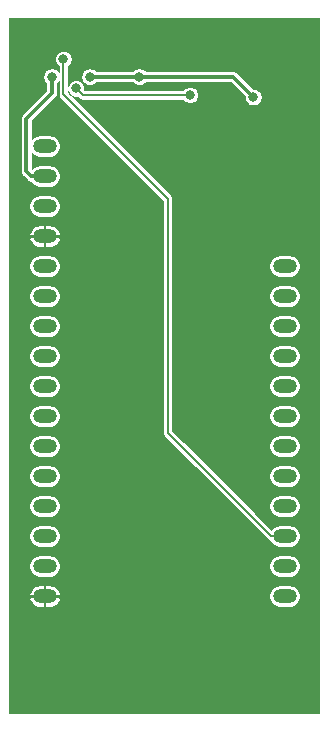
<source format=gbr>
G04 #@! TF.GenerationSoftware,KiCad,Pcbnew,(5.1.5-0-10_14)*
G04 #@! TF.CreationDate,2021-06-02T09:42:11-04:00*
G04 #@! TF.ProjectId,ESLO_RB2_DataDump,45534c4f-5f52-4423-925f-446174614475,rev?*
G04 #@! TF.SameCoordinates,Original*
G04 #@! TF.FileFunction,Copper,L2,Bot*
G04 #@! TF.FilePolarity,Positive*
%FSLAX46Y46*%
G04 Gerber Fmt 4.6, Leading zero omitted, Abs format (unit mm)*
G04 Created by KiCad (PCBNEW (5.1.5-0-10_14)) date 2021-06-02 09:42:11*
%MOMM*%
%LPD*%
G04 APERTURE LIST*
%ADD10O,2.000000X1.200000*%
%ADD11C,0.800000*%
%ADD12C,0.300000*%
%ADD13C,0.152400*%
%ADD14C,0.125000*%
G04 APERTURE END LIST*
D10*
X120400000Y-118280000D03*
X140720000Y-118280000D03*
X120400000Y-115740000D03*
X140720000Y-115740000D03*
X120400000Y-113200000D03*
X140720000Y-113200000D03*
X120400000Y-110660000D03*
X140720000Y-110660000D03*
X120400000Y-108120000D03*
X140720000Y-108120000D03*
X120400000Y-105580000D03*
X140720000Y-105580000D03*
X120400000Y-103040000D03*
X140720000Y-103040000D03*
X120400000Y-100500000D03*
X140720000Y-100500000D03*
X120400000Y-97960000D03*
X140720000Y-97960000D03*
X120400000Y-95420000D03*
X140720000Y-95420000D03*
X120400000Y-92880000D03*
X140720000Y-92880000D03*
X120400000Y-90340000D03*
X140720000Y-90340000D03*
X120400000Y-87800000D03*
X120400000Y-85260000D03*
X120400000Y-82720000D03*
X120400000Y-80180000D03*
D11*
X121000000Y-74300000D03*
X124200000Y-74300000D03*
X128400000Y-74300000D03*
X138050000Y-76025000D03*
X132700000Y-75850000D03*
X123050000Y-75300002D03*
X121975000Y-72800000D03*
D12*
X121000000Y-74300000D02*
X121000000Y-75675000D01*
X119247600Y-82720000D02*
X120400000Y-82720000D01*
X119171390Y-82643790D02*
X119247600Y-82720000D01*
X121000000Y-75675000D02*
X119171390Y-77503610D01*
X118825000Y-82297400D02*
X119171390Y-82643790D01*
X118825000Y-77850000D02*
X118825000Y-82297400D01*
X119171390Y-77503610D02*
X118825000Y-77850000D01*
X137650001Y-75625001D02*
X138050000Y-76025000D01*
X136325000Y-74300000D02*
X137650001Y-75625001D01*
X124200000Y-74300000D02*
X136325000Y-74300000D01*
D13*
X132700000Y-75850000D02*
X123599998Y-75850000D01*
X123599998Y-75850000D02*
X123050000Y-75300002D01*
X130800000Y-104432400D02*
X139567600Y-113200000D01*
X130800000Y-84625000D02*
X130800000Y-104432400D01*
X139567600Y-113200000D02*
X140720000Y-113200000D01*
X121975000Y-75800000D02*
X130800000Y-84625000D01*
X121975000Y-72800000D02*
X121975000Y-75800000D01*
D14*
G36*
X143662500Y-128162500D02*
G01*
X117337500Y-128162500D01*
X117337500Y-118484142D01*
X119110628Y-118484142D01*
X119133042Y-118571456D01*
X119206561Y-118734991D01*
X119310571Y-118881041D01*
X119441075Y-119003993D01*
X119593059Y-119099122D01*
X119760681Y-119162773D01*
X119937500Y-119192500D01*
X120337500Y-119192500D01*
X120337500Y-118342500D01*
X120462500Y-118342500D01*
X120462500Y-119192500D01*
X120862500Y-119192500D01*
X121039319Y-119162773D01*
X121206941Y-119099122D01*
X121358925Y-119003993D01*
X121489429Y-118881041D01*
X121593439Y-118734991D01*
X121666958Y-118571456D01*
X121689372Y-118484142D01*
X121632031Y-118342500D01*
X120462500Y-118342500D01*
X120337500Y-118342500D01*
X119167969Y-118342500D01*
X119110628Y-118484142D01*
X117337500Y-118484142D01*
X117337500Y-118280000D01*
X139403085Y-118280000D01*
X139420703Y-118458881D01*
X139472881Y-118630888D01*
X139557613Y-118789411D01*
X139671643Y-118928357D01*
X139810589Y-119042387D01*
X139969112Y-119127119D01*
X140141119Y-119179297D01*
X140275173Y-119192500D01*
X141164827Y-119192500D01*
X141298881Y-119179297D01*
X141470888Y-119127119D01*
X141629411Y-119042387D01*
X141768357Y-118928357D01*
X141882387Y-118789411D01*
X141967119Y-118630888D01*
X142019297Y-118458881D01*
X142036915Y-118280000D01*
X142019297Y-118101119D01*
X141967119Y-117929112D01*
X141882387Y-117770589D01*
X141768357Y-117631643D01*
X141629411Y-117517613D01*
X141470888Y-117432881D01*
X141298881Y-117380703D01*
X141164827Y-117367500D01*
X140275173Y-117367500D01*
X140141119Y-117380703D01*
X139969112Y-117432881D01*
X139810589Y-117517613D01*
X139671643Y-117631643D01*
X139557613Y-117770589D01*
X139472881Y-117929112D01*
X139420703Y-118101119D01*
X139403085Y-118280000D01*
X117337500Y-118280000D01*
X117337500Y-118075858D01*
X119110628Y-118075858D01*
X119167969Y-118217500D01*
X120337500Y-118217500D01*
X120337500Y-117367500D01*
X120462500Y-117367500D01*
X120462500Y-118217500D01*
X121632031Y-118217500D01*
X121689372Y-118075858D01*
X121666958Y-117988544D01*
X121593439Y-117825009D01*
X121489429Y-117678959D01*
X121358925Y-117556007D01*
X121206941Y-117460878D01*
X121039319Y-117397227D01*
X120862500Y-117367500D01*
X120462500Y-117367500D01*
X120337500Y-117367500D01*
X119937500Y-117367500D01*
X119760681Y-117397227D01*
X119593059Y-117460878D01*
X119441075Y-117556007D01*
X119310571Y-117678959D01*
X119206561Y-117825009D01*
X119133042Y-117988544D01*
X119110628Y-118075858D01*
X117337500Y-118075858D01*
X117337500Y-115740000D01*
X119083085Y-115740000D01*
X119100703Y-115918881D01*
X119152881Y-116090888D01*
X119237613Y-116249411D01*
X119351643Y-116388357D01*
X119490589Y-116502387D01*
X119649112Y-116587119D01*
X119821119Y-116639297D01*
X119955173Y-116652500D01*
X120844827Y-116652500D01*
X120978881Y-116639297D01*
X121150888Y-116587119D01*
X121309411Y-116502387D01*
X121448357Y-116388357D01*
X121562387Y-116249411D01*
X121647119Y-116090888D01*
X121699297Y-115918881D01*
X121716915Y-115740000D01*
X139403085Y-115740000D01*
X139420703Y-115918881D01*
X139472881Y-116090888D01*
X139557613Y-116249411D01*
X139671643Y-116388357D01*
X139810589Y-116502387D01*
X139969112Y-116587119D01*
X140141119Y-116639297D01*
X140275173Y-116652500D01*
X141164827Y-116652500D01*
X141298881Y-116639297D01*
X141470888Y-116587119D01*
X141629411Y-116502387D01*
X141768357Y-116388357D01*
X141882387Y-116249411D01*
X141967119Y-116090888D01*
X142019297Y-115918881D01*
X142036915Y-115740000D01*
X142019297Y-115561119D01*
X141967119Y-115389112D01*
X141882387Y-115230589D01*
X141768357Y-115091643D01*
X141629411Y-114977613D01*
X141470888Y-114892881D01*
X141298881Y-114840703D01*
X141164827Y-114827500D01*
X140275173Y-114827500D01*
X140141119Y-114840703D01*
X139969112Y-114892881D01*
X139810589Y-114977613D01*
X139671643Y-115091643D01*
X139557613Y-115230589D01*
X139472881Y-115389112D01*
X139420703Y-115561119D01*
X139403085Y-115740000D01*
X121716915Y-115740000D01*
X121699297Y-115561119D01*
X121647119Y-115389112D01*
X121562387Y-115230589D01*
X121448357Y-115091643D01*
X121309411Y-114977613D01*
X121150888Y-114892881D01*
X120978881Y-114840703D01*
X120844827Y-114827500D01*
X119955173Y-114827500D01*
X119821119Y-114840703D01*
X119649112Y-114892881D01*
X119490589Y-114977613D01*
X119351643Y-115091643D01*
X119237613Y-115230589D01*
X119152881Y-115389112D01*
X119100703Y-115561119D01*
X119083085Y-115740000D01*
X117337500Y-115740000D01*
X117337500Y-113200000D01*
X119083085Y-113200000D01*
X119100703Y-113378881D01*
X119152881Y-113550888D01*
X119237613Y-113709411D01*
X119351643Y-113848357D01*
X119490589Y-113962387D01*
X119649112Y-114047119D01*
X119821119Y-114099297D01*
X119955173Y-114112500D01*
X120844827Y-114112500D01*
X120978881Y-114099297D01*
X121150888Y-114047119D01*
X121309411Y-113962387D01*
X121448357Y-113848357D01*
X121562387Y-113709411D01*
X121647119Y-113550888D01*
X121699297Y-113378881D01*
X121716915Y-113200000D01*
X121699297Y-113021119D01*
X121647119Y-112849112D01*
X121562387Y-112690589D01*
X121448357Y-112551643D01*
X121309411Y-112437613D01*
X121150888Y-112352881D01*
X120978881Y-112300703D01*
X120844827Y-112287500D01*
X119955173Y-112287500D01*
X119821119Y-112300703D01*
X119649112Y-112352881D01*
X119490589Y-112437613D01*
X119351643Y-112551643D01*
X119237613Y-112690589D01*
X119152881Y-112849112D01*
X119100703Y-113021119D01*
X119083085Y-113200000D01*
X117337500Y-113200000D01*
X117337500Y-110660000D01*
X119083085Y-110660000D01*
X119100703Y-110838881D01*
X119152881Y-111010888D01*
X119237613Y-111169411D01*
X119351643Y-111308357D01*
X119490589Y-111422387D01*
X119649112Y-111507119D01*
X119821119Y-111559297D01*
X119955173Y-111572500D01*
X120844827Y-111572500D01*
X120978881Y-111559297D01*
X121150888Y-111507119D01*
X121309411Y-111422387D01*
X121448357Y-111308357D01*
X121562387Y-111169411D01*
X121647119Y-111010888D01*
X121699297Y-110838881D01*
X121716915Y-110660000D01*
X121699297Y-110481119D01*
X121647119Y-110309112D01*
X121562387Y-110150589D01*
X121448357Y-110011643D01*
X121309411Y-109897613D01*
X121150888Y-109812881D01*
X120978881Y-109760703D01*
X120844827Y-109747500D01*
X119955173Y-109747500D01*
X119821119Y-109760703D01*
X119649112Y-109812881D01*
X119490589Y-109897613D01*
X119351643Y-110011643D01*
X119237613Y-110150589D01*
X119152881Y-110309112D01*
X119100703Y-110481119D01*
X119083085Y-110660000D01*
X117337500Y-110660000D01*
X117337500Y-108120000D01*
X119083085Y-108120000D01*
X119100703Y-108298881D01*
X119152881Y-108470888D01*
X119237613Y-108629411D01*
X119351643Y-108768357D01*
X119490589Y-108882387D01*
X119649112Y-108967119D01*
X119821119Y-109019297D01*
X119955173Y-109032500D01*
X120844827Y-109032500D01*
X120978881Y-109019297D01*
X121150888Y-108967119D01*
X121309411Y-108882387D01*
X121448357Y-108768357D01*
X121562387Y-108629411D01*
X121647119Y-108470888D01*
X121699297Y-108298881D01*
X121716915Y-108120000D01*
X121699297Y-107941119D01*
X121647119Y-107769112D01*
X121562387Y-107610589D01*
X121448357Y-107471643D01*
X121309411Y-107357613D01*
X121150888Y-107272881D01*
X120978881Y-107220703D01*
X120844827Y-107207500D01*
X119955173Y-107207500D01*
X119821119Y-107220703D01*
X119649112Y-107272881D01*
X119490589Y-107357613D01*
X119351643Y-107471643D01*
X119237613Y-107610589D01*
X119152881Y-107769112D01*
X119100703Y-107941119D01*
X119083085Y-108120000D01*
X117337500Y-108120000D01*
X117337500Y-105580000D01*
X119083085Y-105580000D01*
X119100703Y-105758881D01*
X119152881Y-105930888D01*
X119237613Y-106089411D01*
X119351643Y-106228357D01*
X119490589Y-106342387D01*
X119649112Y-106427119D01*
X119821119Y-106479297D01*
X119955173Y-106492500D01*
X120844827Y-106492500D01*
X120978881Y-106479297D01*
X121150888Y-106427119D01*
X121309411Y-106342387D01*
X121448357Y-106228357D01*
X121562387Y-106089411D01*
X121647119Y-105930888D01*
X121699297Y-105758881D01*
X121716915Y-105580000D01*
X121699297Y-105401119D01*
X121647119Y-105229112D01*
X121562387Y-105070589D01*
X121448357Y-104931643D01*
X121309411Y-104817613D01*
X121150888Y-104732881D01*
X120978881Y-104680703D01*
X120844827Y-104667500D01*
X119955173Y-104667500D01*
X119821119Y-104680703D01*
X119649112Y-104732881D01*
X119490589Y-104817613D01*
X119351643Y-104931643D01*
X119237613Y-105070589D01*
X119152881Y-105229112D01*
X119100703Y-105401119D01*
X119083085Y-105580000D01*
X117337500Y-105580000D01*
X117337500Y-103040000D01*
X119083085Y-103040000D01*
X119100703Y-103218881D01*
X119152881Y-103390888D01*
X119237613Y-103549411D01*
X119351643Y-103688357D01*
X119490589Y-103802387D01*
X119649112Y-103887119D01*
X119821119Y-103939297D01*
X119955173Y-103952500D01*
X120844827Y-103952500D01*
X120978881Y-103939297D01*
X121150888Y-103887119D01*
X121309411Y-103802387D01*
X121448357Y-103688357D01*
X121562387Y-103549411D01*
X121647119Y-103390888D01*
X121699297Y-103218881D01*
X121716915Y-103040000D01*
X121699297Y-102861119D01*
X121647119Y-102689112D01*
X121562387Y-102530589D01*
X121448357Y-102391643D01*
X121309411Y-102277613D01*
X121150888Y-102192881D01*
X120978881Y-102140703D01*
X120844827Y-102127500D01*
X119955173Y-102127500D01*
X119821119Y-102140703D01*
X119649112Y-102192881D01*
X119490589Y-102277613D01*
X119351643Y-102391643D01*
X119237613Y-102530589D01*
X119152881Y-102689112D01*
X119100703Y-102861119D01*
X119083085Y-103040000D01*
X117337500Y-103040000D01*
X117337500Y-100500000D01*
X119083085Y-100500000D01*
X119100703Y-100678881D01*
X119152881Y-100850888D01*
X119237613Y-101009411D01*
X119351643Y-101148357D01*
X119490589Y-101262387D01*
X119649112Y-101347119D01*
X119821119Y-101399297D01*
X119955173Y-101412500D01*
X120844827Y-101412500D01*
X120978881Y-101399297D01*
X121150888Y-101347119D01*
X121309411Y-101262387D01*
X121448357Y-101148357D01*
X121562387Y-101009411D01*
X121647119Y-100850888D01*
X121699297Y-100678881D01*
X121716915Y-100500000D01*
X121699297Y-100321119D01*
X121647119Y-100149112D01*
X121562387Y-99990589D01*
X121448357Y-99851643D01*
X121309411Y-99737613D01*
X121150888Y-99652881D01*
X120978881Y-99600703D01*
X120844827Y-99587500D01*
X119955173Y-99587500D01*
X119821119Y-99600703D01*
X119649112Y-99652881D01*
X119490589Y-99737613D01*
X119351643Y-99851643D01*
X119237613Y-99990589D01*
X119152881Y-100149112D01*
X119100703Y-100321119D01*
X119083085Y-100500000D01*
X117337500Y-100500000D01*
X117337500Y-97960000D01*
X119083085Y-97960000D01*
X119100703Y-98138881D01*
X119152881Y-98310888D01*
X119237613Y-98469411D01*
X119351643Y-98608357D01*
X119490589Y-98722387D01*
X119649112Y-98807119D01*
X119821119Y-98859297D01*
X119955173Y-98872500D01*
X120844827Y-98872500D01*
X120978881Y-98859297D01*
X121150888Y-98807119D01*
X121309411Y-98722387D01*
X121448357Y-98608357D01*
X121562387Y-98469411D01*
X121647119Y-98310888D01*
X121699297Y-98138881D01*
X121716915Y-97960000D01*
X121699297Y-97781119D01*
X121647119Y-97609112D01*
X121562387Y-97450589D01*
X121448357Y-97311643D01*
X121309411Y-97197613D01*
X121150888Y-97112881D01*
X120978881Y-97060703D01*
X120844827Y-97047500D01*
X119955173Y-97047500D01*
X119821119Y-97060703D01*
X119649112Y-97112881D01*
X119490589Y-97197613D01*
X119351643Y-97311643D01*
X119237613Y-97450589D01*
X119152881Y-97609112D01*
X119100703Y-97781119D01*
X119083085Y-97960000D01*
X117337500Y-97960000D01*
X117337500Y-95420000D01*
X119083085Y-95420000D01*
X119100703Y-95598881D01*
X119152881Y-95770888D01*
X119237613Y-95929411D01*
X119351643Y-96068357D01*
X119490589Y-96182387D01*
X119649112Y-96267119D01*
X119821119Y-96319297D01*
X119955173Y-96332500D01*
X120844827Y-96332500D01*
X120978881Y-96319297D01*
X121150888Y-96267119D01*
X121309411Y-96182387D01*
X121448357Y-96068357D01*
X121562387Y-95929411D01*
X121647119Y-95770888D01*
X121699297Y-95598881D01*
X121716915Y-95420000D01*
X121699297Y-95241119D01*
X121647119Y-95069112D01*
X121562387Y-94910589D01*
X121448357Y-94771643D01*
X121309411Y-94657613D01*
X121150888Y-94572881D01*
X120978881Y-94520703D01*
X120844827Y-94507500D01*
X119955173Y-94507500D01*
X119821119Y-94520703D01*
X119649112Y-94572881D01*
X119490589Y-94657613D01*
X119351643Y-94771643D01*
X119237613Y-94910589D01*
X119152881Y-95069112D01*
X119100703Y-95241119D01*
X119083085Y-95420000D01*
X117337500Y-95420000D01*
X117337500Y-92880000D01*
X119083085Y-92880000D01*
X119100703Y-93058881D01*
X119152881Y-93230888D01*
X119237613Y-93389411D01*
X119351643Y-93528357D01*
X119490589Y-93642387D01*
X119649112Y-93727119D01*
X119821119Y-93779297D01*
X119955173Y-93792500D01*
X120844827Y-93792500D01*
X120978881Y-93779297D01*
X121150888Y-93727119D01*
X121309411Y-93642387D01*
X121448357Y-93528357D01*
X121562387Y-93389411D01*
X121647119Y-93230888D01*
X121699297Y-93058881D01*
X121716915Y-92880000D01*
X121699297Y-92701119D01*
X121647119Y-92529112D01*
X121562387Y-92370589D01*
X121448357Y-92231643D01*
X121309411Y-92117613D01*
X121150888Y-92032881D01*
X120978881Y-91980703D01*
X120844827Y-91967500D01*
X119955173Y-91967500D01*
X119821119Y-91980703D01*
X119649112Y-92032881D01*
X119490589Y-92117613D01*
X119351643Y-92231643D01*
X119237613Y-92370589D01*
X119152881Y-92529112D01*
X119100703Y-92701119D01*
X119083085Y-92880000D01*
X117337500Y-92880000D01*
X117337500Y-90340000D01*
X119083085Y-90340000D01*
X119100703Y-90518881D01*
X119152881Y-90690888D01*
X119237613Y-90849411D01*
X119351643Y-90988357D01*
X119490589Y-91102387D01*
X119649112Y-91187119D01*
X119821119Y-91239297D01*
X119955173Y-91252500D01*
X120844827Y-91252500D01*
X120978881Y-91239297D01*
X121150888Y-91187119D01*
X121309411Y-91102387D01*
X121448357Y-90988357D01*
X121562387Y-90849411D01*
X121647119Y-90690888D01*
X121699297Y-90518881D01*
X121716915Y-90340000D01*
X121699297Y-90161119D01*
X121647119Y-89989112D01*
X121562387Y-89830589D01*
X121448357Y-89691643D01*
X121309411Y-89577613D01*
X121150888Y-89492881D01*
X120978881Y-89440703D01*
X120844827Y-89427500D01*
X119955173Y-89427500D01*
X119821119Y-89440703D01*
X119649112Y-89492881D01*
X119490589Y-89577613D01*
X119351643Y-89691643D01*
X119237613Y-89830589D01*
X119152881Y-89989112D01*
X119100703Y-90161119D01*
X119083085Y-90340000D01*
X117337500Y-90340000D01*
X117337500Y-88004142D01*
X119110628Y-88004142D01*
X119133042Y-88091456D01*
X119206561Y-88254991D01*
X119310571Y-88401041D01*
X119441075Y-88523993D01*
X119593059Y-88619122D01*
X119760681Y-88682773D01*
X119937500Y-88712500D01*
X120337500Y-88712500D01*
X120337500Y-87862500D01*
X120462500Y-87862500D01*
X120462500Y-88712500D01*
X120862500Y-88712500D01*
X121039319Y-88682773D01*
X121206941Y-88619122D01*
X121358925Y-88523993D01*
X121489429Y-88401041D01*
X121593439Y-88254991D01*
X121666958Y-88091456D01*
X121689372Y-88004142D01*
X121632031Y-87862500D01*
X120462500Y-87862500D01*
X120337500Y-87862500D01*
X119167969Y-87862500D01*
X119110628Y-88004142D01*
X117337500Y-88004142D01*
X117337500Y-87595858D01*
X119110628Y-87595858D01*
X119167969Y-87737500D01*
X120337500Y-87737500D01*
X120337500Y-86887500D01*
X120462500Y-86887500D01*
X120462500Y-87737500D01*
X121632031Y-87737500D01*
X121689372Y-87595858D01*
X121666958Y-87508544D01*
X121593439Y-87345009D01*
X121489429Y-87198959D01*
X121358925Y-87076007D01*
X121206941Y-86980878D01*
X121039319Y-86917227D01*
X120862500Y-86887500D01*
X120462500Y-86887500D01*
X120337500Y-86887500D01*
X119937500Y-86887500D01*
X119760681Y-86917227D01*
X119593059Y-86980878D01*
X119441075Y-87076007D01*
X119310571Y-87198959D01*
X119206561Y-87345009D01*
X119133042Y-87508544D01*
X119110628Y-87595858D01*
X117337500Y-87595858D01*
X117337500Y-85260000D01*
X119083085Y-85260000D01*
X119100703Y-85438881D01*
X119152881Y-85610888D01*
X119237613Y-85769411D01*
X119351643Y-85908357D01*
X119490589Y-86022387D01*
X119649112Y-86107119D01*
X119821119Y-86159297D01*
X119955173Y-86172500D01*
X120844827Y-86172500D01*
X120978881Y-86159297D01*
X121150888Y-86107119D01*
X121309411Y-86022387D01*
X121448357Y-85908357D01*
X121562387Y-85769411D01*
X121647119Y-85610888D01*
X121699297Y-85438881D01*
X121716915Y-85260000D01*
X121699297Y-85081119D01*
X121647119Y-84909112D01*
X121562387Y-84750589D01*
X121448357Y-84611643D01*
X121309411Y-84497613D01*
X121150888Y-84412881D01*
X120978881Y-84360703D01*
X120844827Y-84347500D01*
X119955173Y-84347500D01*
X119821119Y-84360703D01*
X119649112Y-84412881D01*
X119490589Y-84497613D01*
X119351643Y-84611643D01*
X119237613Y-84750589D01*
X119152881Y-84909112D01*
X119100703Y-85081119D01*
X119083085Y-85260000D01*
X117337500Y-85260000D01*
X117337500Y-77850000D01*
X118360263Y-77850000D01*
X118362500Y-77872712D01*
X118362501Y-82274678D01*
X118360263Y-82297400D01*
X118369193Y-82388065D01*
X118375551Y-82409023D01*
X118395640Y-82475247D01*
X118438586Y-82555594D01*
X118496382Y-82626019D01*
X118514025Y-82640499D01*
X118860412Y-82986886D01*
X118860418Y-82986891D01*
X118904497Y-83030970D01*
X118918981Y-83048619D01*
X118989406Y-83106415D01*
X119069753Y-83149361D01*
X119156934Y-83175807D01*
X119211852Y-83181216D01*
X119237613Y-83229411D01*
X119351643Y-83368357D01*
X119490589Y-83482387D01*
X119649112Y-83567119D01*
X119821119Y-83619297D01*
X119955173Y-83632500D01*
X120844827Y-83632500D01*
X120978881Y-83619297D01*
X121150888Y-83567119D01*
X121309411Y-83482387D01*
X121448357Y-83368357D01*
X121562387Y-83229411D01*
X121647119Y-83070888D01*
X121699297Y-82898881D01*
X121716915Y-82720000D01*
X121699297Y-82541119D01*
X121647119Y-82369112D01*
X121562387Y-82210589D01*
X121448357Y-82071643D01*
X121309411Y-81957613D01*
X121150888Y-81872881D01*
X120978881Y-81820703D01*
X120844827Y-81807500D01*
X119955173Y-81807500D01*
X119821119Y-81820703D01*
X119649112Y-81872881D01*
X119490589Y-81957613D01*
X119351643Y-82071643D01*
X119307322Y-82125648D01*
X119287500Y-82105827D01*
X119287500Y-80750199D01*
X119351643Y-80828357D01*
X119490589Y-80942387D01*
X119649112Y-81027119D01*
X119821119Y-81079297D01*
X119955173Y-81092500D01*
X120844827Y-81092500D01*
X120978881Y-81079297D01*
X121150888Y-81027119D01*
X121309411Y-80942387D01*
X121448357Y-80828357D01*
X121562387Y-80689411D01*
X121647119Y-80530888D01*
X121699297Y-80358881D01*
X121716915Y-80180000D01*
X121699297Y-80001119D01*
X121647119Y-79829112D01*
X121562387Y-79670589D01*
X121448357Y-79531643D01*
X121309411Y-79417613D01*
X121150888Y-79332881D01*
X120978881Y-79280703D01*
X120844827Y-79267500D01*
X119955173Y-79267500D01*
X119821119Y-79280703D01*
X119649112Y-79332881D01*
X119490589Y-79417613D01*
X119351643Y-79531643D01*
X119287500Y-79609801D01*
X119287500Y-78041573D01*
X119514486Y-77814588D01*
X119514490Y-77814583D01*
X121310975Y-76018099D01*
X121328619Y-76003619D01*
X121386415Y-75933194D01*
X121429361Y-75852847D01*
X121455807Y-75765666D01*
X121462500Y-75697712D01*
X121464737Y-75675001D01*
X121462500Y-75652289D01*
X121462500Y-74845127D01*
X121553435Y-74754192D01*
X121586301Y-74705005D01*
X121586301Y-75780903D01*
X121584420Y-75800000D01*
X121591925Y-75876197D01*
X121614152Y-75949468D01*
X121640878Y-75999468D01*
X121650246Y-76016995D01*
X121698819Y-76076182D01*
X121713646Y-76088350D01*
X130411300Y-84786004D01*
X130411301Y-104413303D01*
X130409420Y-104432400D01*
X130416925Y-104508597D01*
X130439152Y-104581868D01*
X130475246Y-104649395D01*
X130523819Y-104708582D01*
X130538646Y-104720750D01*
X139279250Y-113461355D01*
X139291418Y-113476182D01*
X139350605Y-113524755D01*
X139418132Y-113560849D01*
X139489830Y-113582598D01*
X139557613Y-113709411D01*
X139671643Y-113848357D01*
X139810589Y-113962387D01*
X139969112Y-114047119D01*
X140141119Y-114099297D01*
X140275173Y-114112500D01*
X141164827Y-114112500D01*
X141298881Y-114099297D01*
X141470888Y-114047119D01*
X141629411Y-113962387D01*
X141768357Y-113848357D01*
X141882387Y-113709411D01*
X141967119Y-113550888D01*
X142019297Y-113378881D01*
X142036915Y-113200000D01*
X142019297Y-113021119D01*
X141967119Y-112849112D01*
X141882387Y-112690589D01*
X141768357Y-112551643D01*
X141629411Y-112437613D01*
X141470888Y-112352881D01*
X141298881Y-112300703D01*
X141164827Y-112287500D01*
X140275173Y-112287500D01*
X140141119Y-112300703D01*
X139969112Y-112352881D01*
X139810589Y-112437613D01*
X139671643Y-112551643D01*
X139580277Y-112662972D01*
X137577305Y-110660000D01*
X139403085Y-110660000D01*
X139420703Y-110838881D01*
X139472881Y-111010888D01*
X139557613Y-111169411D01*
X139671643Y-111308357D01*
X139810589Y-111422387D01*
X139969112Y-111507119D01*
X140141119Y-111559297D01*
X140275173Y-111572500D01*
X141164827Y-111572500D01*
X141298881Y-111559297D01*
X141470888Y-111507119D01*
X141629411Y-111422387D01*
X141768357Y-111308357D01*
X141882387Y-111169411D01*
X141967119Y-111010888D01*
X142019297Y-110838881D01*
X142036915Y-110660000D01*
X142019297Y-110481119D01*
X141967119Y-110309112D01*
X141882387Y-110150589D01*
X141768357Y-110011643D01*
X141629411Y-109897613D01*
X141470888Y-109812881D01*
X141298881Y-109760703D01*
X141164827Y-109747500D01*
X140275173Y-109747500D01*
X140141119Y-109760703D01*
X139969112Y-109812881D01*
X139810589Y-109897613D01*
X139671643Y-110011643D01*
X139557613Y-110150589D01*
X139472881Y-110309112D01*
X139420703Y-110481119D01*
X139403085Y-110660000D01*
X137577305Y-110660000D01*
X135037305Y-108120000D01*
X139403085Y-108120000D01*
X139420703Y-108298881D01*
X139472881Y-108470888D01*
X139557613Y-108629411D01*
X139671643Y-108768357D01*
X139810589Y-108882387D01*
X139969112Y-108967119D01*
X140141119Y-109019297D01*
X140275173Y-109032500D01*
X141164827Y-109032500D01*
X141298881Y-109019297D01*
X141470888Y-108967119D01*
X141629411Y-108882387D01*
X141768357Y-108768357D01*
X141882387Y-108629411D01*
X141967119Y-108470888D01*
X142019297Y-108298881D01*
X142036915Y-108120000D01*
X142019297Y-107941119D01*
X141967119Y-107769112D01*
X141882387Y-107610589D01*
X141768357Y-107471643D01*
X141629411Y-107357613D01*
X141470888Y-107272881D01*
X141298881Y-107220703D01*
X141164827Y-107207500D01*
X140275173Y-107207500D01*
X140141119Y-107220703D01*
X139969112Y-107272881D01*
X139810589Y-107357613D01*
X139671643Y-107471643D01*
X139557613Y-107610589D01*
X139472881Y-107769112D01*
X139420703Y-107941119D01*
X139403085Y-108120000D01*
X135037305Y-108120000D01*
X132497305Y-105580000D01*
X139403085Y-105580000D01*
X139420703Y-105758881D01*
X139472881Y-105930888D01*
X139557613Y-106089411D01*
X139671643Y-106228357D01*
X139810589Y-106342387D01*
X139969112Y-106427119D01*
X140141119Y-106479297D01*
X140275173Y-106492500D01*
X141164827Y-106492500D01*
X141298881Y-106479297D01*
X141470888Y-106427119D01*
X141629411Y-106342387D01*
X141768357Y-106228357D01*
X141882387Y-106089411D01*
X141967119Y-105930888D01*
X142019297Y-105758881D01*
X142036915Y-105580000D01*
X142019297Y-105401119D01*
X141967119Y-105229112D01*
X141882387Y-105070589D01*
X141768357Y-104931643D01*
X141629411Y-104817613D01*
X141470888Y-104732881D01*
X141298881Y-104680703D01*
X141164827Y-104667500D01*
X140275173Y-104667500D01*
X140141119Y-104680703D01*
X139969112Y-104732881D01*
X139810589Y-104817613D01*
X139671643Y-104931643D01*
X139557613Y-105070589D01*
X139472881Y-105229112D01*
X139420703Y-105401119D01*
X139403085Y-105580000D01*
X132497305Y-105580000D01*
X131188700Y-104271396D01*
X131188700Y-103040000D01*
X139403085Y-103040000D01*
X139420703Y-103218881D01*
X139472881Y-103390888D01*
X139557613Y-103549411D01*
X139671643Y-103688357D01*
X139810589Y-103802387D01*
X139969112Y-103887119D01*
X140141119Y-103939297D01*
X140275173Y-103952500D01*
X141164827Y-103952500D01*
X141298881Y-103939297D01*
X141470888Y-103887119D01*
X141629411Y-103802387D01*
X141768357Y-103688357D01*
X141882387Y-103549411D01*
X141967119Y-103390888D01*
X142019297Y-103218881D01*
X142036915Y-103040000D01*
X142019297Y-102861119D01*
X141967119Y-102689112D01*
X141882387Y-102530589D01*
X141768357Y-102391643D01*
X141629411Y-102277613D01*
X141470888Y-102192881D01*
X141298881Y-102140703D01*
X141164827Y-102127500D01*
X140275173Y-102127500D01*
X140141119Y-102140703D01*
X139969112Y-102192881D01*
X139810589Y-102277613D01*
X139671643Y-102391643D01*
X139557613Y-102530589D01*
X139472881Y-102689112D01*
X139420703Y-102861119D01*
X139403085Y-103040000D01*
X131188700Y-103040000D01*
X131188700Y-100500000D01*
X139403085Y-100500000D01*
X139420703Y-100678881D01*
X139472881Y-100850888D01*
X139557613Y-101009411D01*
X139671643Y-101148357D01*
X139810589Y-101262387D01*
X139969112Y-101347119D01*
X140141119Y-101399297D01*
X140275173Y-101412500D01*
X141164827Y-101412500D01*
X141298881Y-101399297D01*
X141470888Y-101347119D01*
X141629411Y-101262387D01*
X141768357Y-101148357D01*
X141882387Y-101009411D01*
X141967119Y-100850888D01*
X142019297Y-100678881D01*
X142036915Y-100500000D01*
X142019297Y-100321119D01*
X141967119Y-100149112D01*
X141882387Y-99990589D01*
X141768357Y-99851643D01*
X141629411Y-99737613D01*
X141470888Y-99652881D01*
X141298881Y-99600703D01*
X141164827Y-99587500D01*
X140275173Y-99587500D01*
X140141119Y-99600703D01*
X139969112Y-99652881D01*
X139810589Y-99737613D01*
X139671643Y-99851643D01*
X139557613Y-99990589D01*
X139472881Y-100149112D01*
X139420703Y-100321119D01*
X139403085Y-100500000D01*
X131188700Y-100500000D01*
X131188700Y-97960000D01*
X139403085Y-97960000D01*
X139420703Y-98138881D01*
X139472881Y-98310888D01*
X139557613Y-98469411D01*
X139671643Y-98608357D01*
X139810589Y-98722387D01*
X139969112Y-98807119D01*
X140141119Y-98859297D01*
X140275173Y-98872500D01*
X141164827Y-98872500D01*
X141298881Y-98859297D01*
X141470888Y-98807119D01*
X141629411Y-98722387D01*
X141768357Y-98608357D01*
X141882387Y-98469411D01*
X141967119Y-98310888D01*
X142019297Y-98138881D01*
X142036915Y-97960000D01*
X142019297Y-97781119D01*
X141967119Y-97609112D01*
X141882387Y-97450589D01*
X141768357Y-97311643D01*
X141629411Y-97197613D01*
X141470888Y-97112881D01*
X141298881Y-97060703D01*
X141164827Y-97047500D01*
X140275173Y-97047500D01*
X140141119Y-97060703D01*
X139969112Y-97112881D01*
X139810589Y-97197613D01*
X139671643Y-97311643D01*
X139557613Y-97450589D01*
X139472881Y-97609112D01*
X139420703Y-97781119D01*
X139403085Y-97960000D01*
X131188700Y-97960000D01*
X131188700Y-95420000D01*
X139403085Y-95420000D01*
X139420703Y-95598881D01*
X139472881Y-95770888D01*
X139557613Y-95929411D01*
X139671643Y-96068357D01*
X139810589Y-96182387D01*
X139969112Y-96267119D01*
X140141119Y-96319297D01*
X140275173Y-96332500D01*
X141164827Y-96332500D01*
X141298881Y-96319297D01*
X141470888Y-96267119D01*
X141629411Y-96182387D01*
X141768357Y-96068357D01*
X141882387Y-95929411D01*
X141967119Y-95770888D01*
X142019297Y-95598881D01*
X142036915Y-95420000D01*
X142019297Y-95241119D01*
X141967119Y-95069112D01*
X141882387Y-94910589D01*
X141768357Y-94771643D01*
X141629411Y-94657613D01*
X141470888Y-94572881D01*
X141298881Y-94520703D01*
X141164827Y-94507500D01*
X140275173Y-94507500D01*
X140141119Y-94520703D01*
X139969112Y-94572881D01*
X139810589Y-94657613D01*
X139671643Y-94771643D01*
X139557613Y-94910589D01*
X139472881Y-95069112D01*
X139420703Y-95241119D01*
X139403085Y-95420000D01*
X131188700Y-95420000D01*
X131188700Y-92880000D01*
X139403085Y-92880000D01*
X139420703Y-93058881D01*
X139472881Y-93230888D01*
X139557613Y-93389411D01*
X139671643Y-93528357D01*
X139810589Y-93642387D01*
X139969112Y-93727119D01*
X140141119Y-93779297D01*
X140275173Y-93792500D01*
X141164827Y-93792500D01*
X141298881Y-93779297D01*
X141470888Y-93727119D01*
X141629411Y-93642387D01*
X141768357Y-93528357D01*
X141882387Y-93389411D01*
X141967119Y-93230888D01*
X142019297Y-93058881D01*
X142036915Y-92880000D01*
X142019297Y-92701119D01*
X141967119Y-92529112D01*
X141882387Y-92370589D01*
X141768357Y-92231643D01*
X141629411Y-92117613D01*
X141470888Y-92032881D01*
X141298881Y-91980703D01*
X141164827Y-91967500D01*
X140275173Y-91967500D01*
X140141119Y-91980703D01*
X139969112Y-92032881D01*
X139810589Y-92117613D01*
X139671643Y-92231643D01*
X139557613Y-92370589D01*
X139472881Y-92529112D01*
X139420703Y-92701119D01*
X139403085Y-92880000D01*
X131188700Y-92880000D01*
X131188700Y-90340000D01*
X139403085Y-90340000D01*
X139420703Y-90518881D01*
X139472881Y-90690888D01*
X139557613Y-90849411D01*
X139671643Y-90988357D01*
X139810589Y-91102387D01*
X139969112Y-91187119D01*
X140141119Y-91239297D01*
X140275173Y-91252500D01*
X141164827Y-91252500D01*
X141298881Y-91239297D01*
X141470888Y-91187119D01*
X141629411Y-91102387D01*
X141768357Y-90988357D01*
X141882387Y-90849411D01*
X141967119Y-90690888D01*
X142019297Y-90518881D01*
X142036915Y-90340000D01*
X142019297Y-90161119D01*
X141967119Y-89989112D01*
X141882387Y-89830589D01*
X141768357Y-89691643D01*
X141629411Y-89577613D01*
X141470888Y-89492881D01*
X141298881Y-89440703D01*
X141164827Y-89427500D01*
X140275173Y-89427500D01*
X140141119Y-89440703D01*
X139969112Y-89492881D01*
X139810589Y-89577613D01*
X139671643Y-89691643D01*
X139557613Y-89830589D01*
X139472881Y-89989112D01*
X139420703Y-90161119D01*
X139403085Y-90340000D01*
X131188700Y-90340000D01*
X131188700Y-84644088D01*
X131190580Y-84625000D01*
X131183075Y-84548802D01*
X131160849Y-84475533D01*
X131160849Y-84475532D01*
X131124755Y-84408005D01*
X131076182Y-84348818D01*
X131061350Y-84336646D01*
X122363700Y-75638996D01*
X122363700Y-75501893D01*
X122364881Y-75507830D01*
X122418591Y-75637497D01*
X122496565Y-75754194D01*
X122595808Y-75853437D01*
X122712505Y-75931411D01*
X122842172Y-75985121D01*
X122979825Y-76012502D01*
X123120175Y-76012502D01*
X123197429Y-75997135D01*
X123311643Y-76111349D01*
X123323816Y-76126182D01*
X123383003Y-76174755D01*
X123450530Y-76210849D01*
X123522986Y-76232828D01*
X123523800Y-76233075D01*
X123599998Y-76240580D01*
X123619086Y-76238700D01*
X132102805Y-76238700D01*
X132146565Y-76304192D01*
X132245808Y-76403435D01*
X132362505Y-76481409D01*
X132492172Y-76535119D01*
X132629825Y-76562500D01*
X132770175Y-76562500D01*
X132907828Y-76535119D01*
X133037495Y-76481409D01*
X133154192Y-76403435D01*
X133253435Y-76304192D01*
X133331409Y-76187495D01*
X133385119Y-76057828D01*
X133412500Y-75920175D01*
X133412500Y-75779825D01*
X133385119Y-75642172D01*
X133331409Y-75512505D01*
X133253435Y-75395808D01*
X133154192Y-75296565D01*
X133037495Y-75218591D01*
X132907828Y-75164881D01*
X132770175Y-75137500D01*
X132629825Y-75137500D01*
X132492172Y-75164881D01*
X132362505Y-75218591D01*
X132245808Y-75296565D01*
X132146565Y-75395808D01*
X132102805Y-75461300D01*
X123761002Y-75461300D01*
X123747133Y-75447431D01*
X123762500Y-75370177D01*
X123762500Y-75229827D01*
X123735119Y-75092174D01*
X123681409Y-74962507D01*
X123603435Y-74845810D01*
X123504192Y-74746567D01*
X123387495Y-74668593D01*
X123257828Y-74614883D01*
X123120175Y-74587502D01*
X122979825Y-74587502D01*
X122842172Y-74614883D01*
X122712505Y-74668593D01*
X122595808Y-74746567D01*
X122496565Y-74845810D01*
X122418591Y-74962507D01*
X122364881Y-75092174D01*
X122363700Y-75098111D01*
X122363700Y-74229825D01*
X123487500Y-74229825D01*
X123487500Y-74370175D01*
X123514881Y-74507828D01*
X123568591Y-74637495D01*
X123646565Y-74754192D01*
X123745808Y-74853435D01*
X123862505Y-74931409D01*
X123992172Y-74985119D01*
X124129825Y-75012500D01*
X124270175Y-75012500D01*
X124407828Y-74985119D01*
X124537495Y-74931409D01*
X124654192Y-74853435D01*
X124745127Y-74762500D01*
X127854873Y-74762500D01*
X127945808Y-74853435D01*
X128062505Y-74931409D01*
X128192172Y-74985119D01*
X128329825Y-75012500D01*
X128470175Y-75012500D01*
X128607828Y-74985119D01*
X128737495Y-74931409D01*
X128854192Y-74853435D01*
X128945127Y-74762500D01*
X136133427Y-74762500D01*
X137337500Y-75966574D01*
X137337500Y-76095175D01*
X137364881Y-76232828D01*
X137418591Y-76362495D01*
X137496565Y-76479192D01*
X137595808Y-76578435D01*
X137712505Y-76656409D01*
X137842172Y-76710119D01*
X137979825Y-76737500D01*
X138120175Y-76737500D01*
X138257828Y-76710119D01*
X138387495Y-76656409D01*
X138504192Y-76578435D01*
X138603435Y-76479192D01*
X138681409Y-76362495D01*
X138735119Y-76232828D01*
X138762500Y-76095175D01*
X138762500Y-75954825D01*
X138735119Y-75817172D01*
X138681409Y-75687505D01*
X138603435Y-75570808D01*
X138504192Y-75471565D01*
X138387495Y-75393591D01*
X138257828Y-75339881D01*
X138120175Y-75312500D01*
X137991574Y-75312500D01*
X136668103Y-73989030D01*
X136653619Y-73971381D01*
X136583194Y-73913585D01*
X136502847Y-73870639D01*
X136415666Y-73844193D01*
X136347712Y-73837500D01*
X136325000Y-73835263D01*
X136302288Y-73837500D01*
X128945127Y-73837500D01*
X128854192Y-73746565D01*
X128737495Y-73668591D01*
X128607828Y-73614881D01*
X128470175Y-73587500D01*
X128329825Y-73587500D01*
X128192172Y-73614881D01*
X128062505Y-73668591D01*
X127945808Y-73746565D01*
X127854873Y-73837500D01*
X124745127Y-73837500D01*
X124654192Y-73746565D01*
X124537495Y-73668591D01*
X124407828Y-73614881D01*
X124270175Y-73587500D01*
X124129825Y-73587500D01*
X123992172Y-73614881D01*
X123862505Y-73668591D01*
X123745808Y-73746565D01*
X123646565Y-73845808D01*
X123568591Y-73962505D01*
X123514881Y-74092172D01*
X123487500Y-74229825D01*
X122363700Y-74229825D01*
X122363700Y-73397195D01*
X122429192Y-73353435D01*
X122528435Y-73254192D01*
X122606409Y-73137495D01*
X122660119Y-73007828D01*
X122687500Y-72870175D01*
X122687500Y-72729825D01*
X122660119Y-72592172D01*
X122606409Y-72462505D01*
X122528435Y-72345808D01*
X122429192Y-72246565D01*
X122312495Y-72168591D01*
X122182828Y-72114881D01*
X122045175Y-72087500D01*
X121904825Y-72087500D01*
X121767172Y-72114881D01*
X121637505Y-72168591D01*
X121520808Y-72246565D01*
X121421565Y-72345808D01*
X121343591Y-72462505D01*
X121289881Y-72592172D01*
X121262500Y-72729825D01*
X121262500Y-72870175D01*
X121289881Y-73007828D01*
X121343591Y-73137495D01*
X121421565Y-73254192D01*
X121520808Y-73353435D01*
X121586300Y-73397195D01*
X121586300Y-73894995D01*
X121553435Y-73845808D01*
X121454192Y-73746565D01*
X121337495Y-73668591D01*
X121207828Y-73614881D01*
X121070175Y-73587500D01*
X120929825Y-73587500D01*
X120792172Y-73614881D01*
X120662505Y-73668591D01*
X120545808Y-73746565D01*
X120446565Y-73845808D01*
X120368591Y-73962505D01*
X120314881Y-74092172D01*
X120287500Y-74229825D01*
X120287500Y-74370175D01*
X120314881Y-74507828D01*
X120368591Y-74637495D01*
X120446565Y-74754192D01*
X120537500Y-74845127D01*
X120537501Y-75483425D01*
X118860417Y-77160510D01*
X118860412Y-77160514D01*
X118514030Y-77506897D01*
X118496381Y-77521381D01*
X118438585Y-77591807D01*
X118395639Y-77672154D01*
X118392817Y-77681458D01*
X118369193Y-77759335D01*
X118360263Y-77850000D01*
X117337500Y-77850000D01*
X117337500Y-69337500D01*
X143662501Y-69337500D01*
X143662500Y-128162500D01*
G37*
X143662500Y-128162500D02*
X117337500Y-128162500D01*
X117337500Y-118484142D01*
X119110628Y-118484142D01*
X119133042Y-118571456D01*
X119206561Y-118734991D01*
X119310571Y-118881041D01*
X119441075Y-119003993D01*
X119593059Y-119099122D01*
X119760681Y-119162773D01*
X119937500Y-119192500D01*
X120337500Y-119192500D01*
X120337500Y-118342500D01*
X120462500Y-118342500D01*
X120462500Y-119192500D01*
X120862500Y-119192500D01*
X121039319Y-119162773D01*
X121206941Y-119099122D01*
X121358925Y-119003993D01*
X121489429Y-118881041D01*
X121593439Y-118734991D01*
X121666958Y-118571456D01*
X121689372Y-118484142D01*
X121632031Y-118342500D01*
X120462500Y-118342500D01*
X120337500Y-118342500D01*
X119167969Y-118342500D01*
X119110628Y-118484142D01*
X117337500Y-118484142D01*
X117337500Y-118280000D01*
X139403085Y-118280000D01*
X139420703Y-118458881D01*
X139472881Y-118630888D01*
X139557613Y-118789411D01*
X139671643Y-118928357D01*
X139810589Y-119042387D01*
X139969112Y-119127119D01*
X140141119Y-119179297D01*
X140275173Y-119192500D01*
X141164827Y-119192500D01*
X141298881Y-119179297D01*
X141470888Y-119127119D01*
X141629411Y-119042387D01*
X141768357Y-118928357D01*
X141882387Y-118789411D01*
X141967119Y-118630888D01*
X142019297Y-118458881D01*
X142036915Y-118280000D01*
X142019297Y-118101119D01*
X141967119Y-117929112D01*
X141882387Y-117770589D01*
X141768357Y-117631643D01*
X141629411Y-117517613D01*
X141470888Y-117432881D01*
X141298881Y-117380703D01*
X141164827Y-117367500D01*
X140275173Y-117367500D01*
X140141119Y-117380703D01*
X139969112Y-117432881D01*
X139810589Y-117517613D01*
X139671643Y-117631643D01*
X139557613Y-117770589D01*
X139472881Y-117929112D01*
X139420703Y-118101119D01*
X139403085Y-118280000D01*
X117337500Y-118280000D01*
X117337500Y-118075858D01*
X119110628Y-118075858D01*
X119167969Y-118217500D01*
X120337500Y-118217500D01*
X120337500Y-117367500D01*
X120462500Y-117367500D01*
X120462500Y-118217500D01*
X121632031Y-118217500D01*
X121689372Y-118075858D01*
X121666958Y-117988544D01*
X121593439Y-117825009D01*
X121489429Y-117678959D01*
X121358925Y-117556007D01*
X121206941Y-117460878D01*
X121039319Y-117397227D01*
X120862500Y-117367500D01*
X120462500Y-117367500D01*
X120337500Y-117367500D01*
X119937500Y-117367500D01*
X119760681Y-117397227D01*
X119593059Y-117460878D01*
X119441075Y-117556007D01*
X119310571Y-117678959D01*
X119206561Y-117825009D01*
X119133042Y-117988544D01*
X119110628Y-118075858D01*
X117337500Y-118075858D01*
X117337500Y-115740000D01*
X119083085Y-115740000D01*
X119100703Y-115918881D01*
X119152881Y-116090888D01*
X119237613Y-116249411D01*
X119351643Y-116388357D01*
X119490589Y-116502387D01*
X119649112Y-116587119D01*
X119821119Y-116639297D01*
X119955173Y-116652500D01*
X120844827Y-116652500D01*
X120978881Y-116639297D01*
X121150888Y-116587119D01*
X121309411Y-116502387D01*
X121448357Y-116388357D01*
X121562387Y-116249411D01*
X121647119Y-116090888D01*
X121699297Y-115918881D01*
X121716915Y-115740000D01*
X139403085Y-115740000D01*
X139420703Y-115918881D01*
X139472881Y-116090888D01*
X139557613Y-116249411D01*
X139671643Y-116388357D01*
X139810589Y-116502387D01*
X139969112Y-116587119D01*
X140141119Y-116639297D01*
X140275173Y-116652500D01*
X141164827Y-116652500D01*
X141298881Y-116639297D01*
X141470888Y-116587119D01*
X141629411Y-116502387D01*
X141768357Y-116388357D01*
X141882387Y-116249411D01*
X141967119Y-116090888D01*
X142019297Y-115918881D01*
X142036915Y-115740000D01*
X142019297Y-115561119D01*
X141967119Y-115389112D01*
X141882387Y-115230589D01*
X141768357Y-115091643D01*
X141629411Y-114977613D01*
X141470888Y-114892881D01*
X141298881Y-114840703D01*
X141164827Y-114827500D01*
X140275173Y-114827500D01*
X140141119Y-114840703D01*
X139969112Y-114892881D01*
X139810589Y-114977613D01*
X139671643Y-115091643D01*
X139557613Y-115230589D01*
X139472881Y-115389112D01*
X139420703Y-115561119D01*
X139403085Y-115740000D01*
X121716915Y-115740000D01*
X121699297Y-115561119D01*
X121647119Y-115389112D01*
X121562387Y-115230589D01*
X121448357Y-115091643D01*
X121309411Y-114977613D01*
X121150888Y-114892881D01*
X120978881Y-114840703D01*
X120844827Y-114827500D01*
X119955173Y-114827500D01*
X119821119Y-114840703D01*
X119649112Y-114892881D01*
X119490589Y-114977613D01*
X119351643Y-115091643D01*
X119237613Y-115230589D01*
X119152881Y-115389112D01*
X119100703Y-115561119D01*
X119083085Y-115740000D01*
X117337500Y-115740000D01*
X117337500Y-113200000D01*
X119083085Y-113200000D01*
X119100703Y-113378881D01*
X119152881Y-113550888D01*
X119237613Y-113709411D01*
X119351643Y-113848357D01*
X119490589Y-113962387D01*
X119649112Y-114047119D01*
X119821119Y-114099297D01*
X119955173Y-114112500D01*
X120844827Y-114112500D01*
X120978881Y-114099297D01*
X121150888Y-114047119D01*
X121309411Y-113962387D01*
X121448357Y-113848357D01*
X121562387Y-113709411D01*
X121647119Y-113550888D01*
X121699297Y-113378881D01*
X121716915Y-113200000D01*
X121699297Y-113021119D01*
X121647119Y-112849112D01*
X121562387Y-112690589D01*
X121448357Y-112551643D01*
X121309411Y-112437613D01*
X121150888Y-112352881D01*
X120978881Y-112300703D01*
X120844827Y-112287500D01*
X119955173Y-112287500D01*
X119821119Y-112300703D01*
X119649112Y-112352881D01*
X119490589Y-112437613D01*
X119351643Y-112551643D01*
X119237613Y-112690589D01*
X119152881Y-112849112D01*
X119100703Y-113021119D01*
X119083085Y-113200000D01*
X117337500Y-113200000D01*
X117337500Y-110660000D01*
X119083085Y-110660000D01*
X119100703Y-110838881D01*
X119152881Y-111010888D01*
X119237613Y-111169411D01*
X119351643Y-111308357D01*
X119490589Y-111422387D01*
X119649112Y-111507119D01*
X119821119Y-111559297D01*
X119955173Y-111572500D01*
X120844827Y-111572500D01*
X120978881Y-111559297D01*
X121150888Y-111507119D01*
X121309411Y-111422387D01*
X121448357Y-111308357D01*
X121562387Y-111169411D01*
X121647119Y-111010888D01*
X121699297Y-110838881D01*
X121716915Y-110660000D01*
X121699297Y-110481119D01*
X121647119Y-110309112D01*
X121562387Y-110150589D01*
X121448357Y-110011643D01*
X121309411Y-109897613D01*
X121150888Y-109812881D01*
X120978881Y-109760703D01*
X120844827Y-109747500D01*
X119955173Y-109747500D01*
X119821119Y-109760703D01*
X119649112Y-109812881D01*
X119490589Y-109897613D01*
X119351643Y-110011643D01*
X119237613Y-110150589D01*
X119152881Y-110309112D01*
X119100703Y-110481119D01*
X119083085Y-110660000D01*
X117337500Y-110660000D01*
X117337500Y-108120000D01*
X119083085Y-108120000D01*
X119100703Y-108298881D01*
X119152881Y-108470888D01*
X119237613Y-108629411D01*
X119351643Y-108768357D01*
X119490589Y-108882387D01*
X119649112Y-108967119D01*
X119821119Y-109019297D01*
X119955173Y-109032500D01*
X120844827Y-109032500D01*
X120978881Y-109019297D01*
X121150888Y-108967119D01*
X121309411Y-108882387D01*
X121448357Y-108768357D01*
X121562387Y-108629411D01*
X121647119Y-108470888D01*
X121699297Y-108298881D01*
X121716915Y-108120000D01*
X121699297Y-107941119D01*
X121647119Y-107769112D01*
X121562387Y-107610589D01*
X121448357Y-107471643D01*
X121309411Y-107357613D01*
X121150888Y-107272881D01*
X120978881Y-107220703D01*
X120844827Y-107207500D01*
X119955173Y-107207500D01*
X119821119Y-107220703D01*
X119649112Y-107272881D01*
X119490589Y-107357613D01*
X119351643Y-107471643D01*
X119237613Y-107610589D01*
X119152881Y-107769112D01*
X119100703Y-107941119D01*
X119083085Y-108120000D01*
X117337500Y-108120000D01*
X117337500Y-105580000D01*
X119083085Y-105580000D01*
X119100703Y-105758881D01*
X119152881Y-105930888D01*
X119237613Y-106089411D01*
X119351643Y-106228357D01*
X119490589Y-106342387D01*
X119649112Y-106427119D01*
X119821119Y-106479297D01*
X119955173Y-106492500D01*
X120844827Y-106492500D01*
X120978881Y-106479297D01*
X121150888Y-106427119D01*
X121309411Y-106342387D01*
X121448357Y-106228357D01*
X121562387Y-106089411D01*
X121647119Y-105930888D01*
X121699297Y-105758881D01*
X121716915Y-105580000D01*
X121699297Y-105401119D01*
X121647119Y-105229112D01*
X121562387Y-105070589D01*
X121448357Y-104931643D01*
X121309411Y-104817613D01*
X121150888Y-104732881D01*
X120978881Y-104680703D01*
X120844827Y-104667500D01*
X119955173Y-104667500D01*
X119821119Y-104680703D01*
X119649112Y-104732881D01*
X119490589Y-104817613D01*
X119351643Y-104931643D01*
X119237613Y-105070589D01*
X119152881Y-105229112D01*
X119100703Y-105401119D01*
X119083085Y-105580000D01*
X117337500Y-105580000D01*
X117337500Y-103040000D01*
X119083085Y-103040000D01*
X119100703Y-103218881D01*
X119152881Y-103390888D01*
X119237613Y-103549411D01*
X119351643Y-103688357D01*
X119490589Y-103802387D01*
X119649112Y-103887119D01*
X119821119Y-103939297D01*
X119955173Y-103952500D01*
X120844827Y-103952500D01*
X120978881Y-103939297D01*
X121150888Y-103887119D01*
X121309411Y-103802387D01*
X121448357Y-103688357D01*
X121562387Y-103549411D01*
X121647119Y-103390888D01*
X121699297Y-103218881D01*
X121716915Y-103040000D01*
X121699297Y-102861119D01*
X121647119Y-102689112D01*
X121562387Y-102530589D01*
X121448357Y-102391643D01*
X121309411Y-102277613D01*
X121150888Y-102192881D01*
X120978881Y-102140703D01*
X120844827Y-102127500D01*
X119955173Y-102127500D01*
X119821119Y-102140703D01*
X119649112Y-102192881D01*
X119490589Y-102277613D01*
X119351643Y-102391643D01*
X119237613Y-102530589D01*
X119152881Y-102689112D01*
X119100703Y-102861119D01*
X119083085Y-103040000D01*
X117337500Y-103040000D01*
X117337500Y-100500000D01*
X119083085Y-100500000D01*
X119100703Y-100678881D01*
X119152881Y-100850888D01*
X119237613Y-101009411D01*
X119351643Y-101148357D01*
X119490589Y-101262387D01*
X119649112Y-101347119D01*
X119821119Y-101399297D01*
X119955173Y-101412500D01*
X120844827Y-101412500D01*
X120978881Y-101399297D01*
X121150888Y-101347119D01*
X121309411Y-101262387D01*
X121448357Y-101148357D01*
X121562387Y-101009411D01*
X121647119Y-100850888D01*
X121699297Y-100678881D01*
X121716915Y-100500000D01*
X121699297Y-100321119D01*
X121647119Y-100149112D01*
X121562387Y-99990589D01*
X121448357Y-99851643D01*
X121309411Y-99737613D01*
X121150888Y-99652881D01*
X120978881Y-99600703D01*
X120844827Y-99587500D01*
X119955173Y-99587500D01*
X119821119Y-99600703D01*
X119649112Y-99652881D01*
X119490589Y-99737613D01*
X119351643Y-99851643D01*
X119237613Y-99990589D01*
X119152881Y-100149112D01*
X119100703Y-100321119D01*
X119083085Y-100500000D01*
X117337500Y-100500000D01*
X117337500Y-97960000D01*
X119083085Y-97960000D01*
X119100703Y-98138881D01*
X119152881Y-98310888D01*
X119237613Y-98469411D01*
X119351643Y-98608357D01*
X119490589Y-98722387D01*
X119649112Y-98807119D01*
X119821119Y-98859297D01*
X119955173Y-98872500D01*
X120844827Y-98872500D01*
X120978881Y-98859297D01*
X121150888Y-98807119D01*
X121309411Y-98722387D01*
X121448357Y-98608357D01*
X121562387Y-98469411D01*
X121647119Y-98310888D01*
X121699297Y-98138881D01*
X121716915Y-97960000D01*
X121699297Y-97781119D01*
X121647119Y-97609112D01*
X121562387Y-97450589D01*
X121448357Y-97311643D01*
X121309411Y-97197613D01*
X121150888Y-97112881D01*
X120978881Y-97060703D01*
X120844827Y-97047500D01*
X119955173Y-97047500D01*
X119821119Y-97060703D01*
X119649112Y-97112881D01*
X119490589Y-97197613D01*
X119351643Y-97311643D01*
X119237613Y-97450589D01*
X119152881Y-97609112D01*
X119100703Y-97781119D01*
X119083085Y-97960000D01*
X117337500Y-97960000D01*
X117337500Y-95420000D01*
X119083085Y-95420000D01*
X119100703Y-95598881D01*
X119152881Y-95770888D01*
X119237613Y-95929411D01*
X119351643Y-96068357D01*
X119490589Y-96182387D01*
X119649112Y-96267119D01*
X119821119Y-96319297D01*
X119955173Y-96332500D01*
X120844827Y-96332500D01*
X120978881Y-96319297D01*
X121150888Y-96267119D01*
X121309411Y-96182387D01*
X121448357Y-96068357D01*
X121562387Y-95929411D01*
X121647119Y-95770888D01*
X121699297Y-95598881D01*
X121716915Y-95420000D01*
X121699297Y-95241119D01*
X121647119Y-95069112D01*
X121562387Y-94910589D01*
X121448357Y-94771643D01*
X121309411Y-94657613D01*
X121150888Y-94572881D01*
X120978881Y-94520703D01*
X120844827Y-94507500D01*
X119955173Y-94507500D01*
X119821119Y-94520703D01*
X119649112Y-94572881D01*
X119490589Y-94657613D01*
X119351643Y-94771643D01*
X119237613Y-94910589D01*
X119152881Y-95069112D01*
X119100703Y-95241119D01*
X119083085Y-95420000D01*
X117337500Y-95420000D01*
X117337500Y-92880000D01*
X119083085Y-92880000D01*
X119100703Y-93058881D01*
X119152881Y-93230888D01*
X119237613Y-93389411D01*
X119351643Y-93528357D01*
X119490589Y-93642387D01*
X119649112Y-93727119D01*
X119821119Y-93779297D01*
X119955173Y-93792500D01*
X120844827Y-93792500D01*
X120978881Y-93779297D01*
X121150888Y-93727119D01*
X121309411Y-93642387D01*
X121448357Y-93528357D01*
X121562387Y-93389411D01*
X121647119Y-93230888D01*
X121699297Y-93058881D01*
X121716915Y-92880000D01*
X121699297Y-92701119D01*
X121647119Y-92529112D01*
X121562387Y-92370589D01*
X121448357Y-92231643D01*
X121309411Y-92117613D01*
X121150888Y-92032881D01*
X120978881Y-91980703D01*
X120844827Y-91967500D01*
X119955173Y-91967500D01*
X119821119Y-91980703D01*
X119649112Y-92032881D01*
X119490589Y-92117613D01*
X119351643Y-92231643D01*
X119237613Y-92370589D01*
X119152881Y-92529112D01*
X119100703Y-92701119D01*
X119083085Y-92880000D01*
X117337500Y-92880000D01*
X117337500Y-90340000D01*
X119083085Y-90340000D01*
X119100703Y-90518881D01*
X119152881Y-90690888D01*
X119237613Y-90849411D01*
X119351643Y-90988357D01*
X119490589Y-91102387D01*
X119649112Y-91187119D01*
X119821119Y-91239297D01*
X119955173Y-91252500D01*
X120844827Y-91252500D01*
X120978881Y-91239297D01*
X121150888Y-91187119D01*
X121309411Y-91102387D01*
X121448357Y-90988357D01*
X121562387Y-90849411D01*
X121647119Y-90690888D01*
X121699297Y-90518881D01*
X121716915Y-90340000D01*
X121699297Y-90161119D01*
X121647119Y-89989112D01*
X121562387Y-89830589D01*
X121448357Y-89691643D01*
X121309411Y-89577613D01*
X121150888Y-89492881D01*
X120978881Y-89440703D01*
X120844827Y-89427500D01*
X119955173Y-89427500D01*
X119821119Y-89440703D01*
X119649112Y-89492881D01*
X119490589Y-89577613D01*
X119351643Y-89691643D01*
X119237613Y-89830589D01*
X119152881Y-89989112D01*
X119100703Y-90161119D01*
X119083085Y-90340000D01*
X117337500Y-90340000D01*
X117337500Y-88004142D01*
X119110628Y-88004142D01*
X119133042Y-88091456D01*
X119206561Y-88254991D01*
X119310571Y-88401041D01*
X119441075Y-88523993D01*
X119593059Y-88619122D01*
X119760681Y-88682773D01*
X119937500Y-88712500D01*
X120337500Y-88712500D01*
X120337500Y-87862500D01*
X120462500Y-87862500D01*
X120462500Y-88712500D01*
X120862500Y-88712500D01*
X121039319Y-88682773D01*
X121206941Y-88619122D01*
X121358925Y-88523993D01*
X121489429Y-88401041D01*
X121593439Y-88254991D01*
X121666958Y-88091456D01*
X121689372Y-88004142D01*
X121632031Y-87862500D01*
X120462500Y-87862500D01*
X120337500Y-87862500D01*
X119167969Y-87862500D01*
X119110628Y-88004142D01*
X117337500Y-88004142D01*
X117337500Y-87595858D01*
X119110628Y-87595858D01*
X119167969Y-87737500D01*
X120337500Y-87737500D01*
X120337500Y-86887500D01*
X120462500Y-86887500D01*
X120462500Y-87737500D01*
X121632031Y-87737500D01*
X121689372Y-87595858D01*
X121666958Y-87508544D01*
X121593439Y-87345009D01*
X121489429Y-87198959D01*
X121358925Y-87076007D01*
X121206941Y-86980878D01*
X121039319Y-86917227D01*
X120862500Y-86887500D01*
X120462500Y-86887500D01*
X120337500Y-86887500D01*
X119937500Y-86887500D01*
X119760681Y-86917227D01*
X119593059Y-86980878D01*
X119441075Y-87076007D01*
X119310571Y-87198959D01*
X119206561Y-87345009D01*
X119133042Y-87508544D01*
X119110628Y-87595858D01*
X117337500Y-87595858D01*
X117337500Y-85260000D01*
X119083085Y-85260000D01*
X119100703Y-85438881D01*
X119152881Y-85610888D01*
X119237613Y-85769411D01*
X119351643Y-85908357D01*
X119490589Y-86022387D01*
X119649112Y-86107119D01*
X119821119Y-86159297D01*
X119955173Y-86172500D01*
X120844827Y-86172500D01*
X120978881Y-86159297D01*
X121150888Y-86107119D01*
X121309411Y-86022387D01*
X121448357Y-85908357D01*
X121562387Y-85769411D01*
X121647119Y-85610888D01*
X121699297Y-85438881D01*
X121716915Y-85260000D01*
X121699297Y-85081119D01*
X121647119Y-84909112D01*
X121562387Y-84750589D01*
X121448357Y-84611643D01*
X121309411Y-84497613D01*
X121150888Y-84412881D01*
X120978881Y-84360703D01*
X120844827Y-84347500D01*
X119955173Y-84347500D01*
X119821119Y-84360703D01*
X119649112Y-84412881D01*
X119490589Y-84497613D01*
X119351643Y-84611643D01*
X119237613Y-84750589D01*
X119152881Y-84909112D01*
X119100703Y-85081119D01*
X119083085Y-85260000D01*
X117337500Y-85260000D01*
X117337500Y-77850000D01*
X118360263Y-77850000D01*
X118362500Y-77872712D01*
X118362501Y-82274678D01*
X118360263Y-82297400D01*
X118369193Y-82388065D01*
X118375551Y-82409023D01*
X118395640Y-82475247D01*
X118438586Y-82555594D01*
X118496382Y-82626019D01*
X118514025Y-82640499D01*
X118860412Y-82986886D01*
X118860418Y-82986891D01*
X118904497Y-83030970D01*
X118918981Y-83048619D01*
X118989406Y-83106415D01*
X119069753Y-83149361D01*
X119156934Y-83175807D01*
X119211852Y-83181216D01*
X119237613Y-83229411D01*
X119351643Y-83368357D01*
X119490589Y-83482387D01*
X119649112Y-83567119D01*
X119821119Y-83619297D01*
X119955173Y-83632500D01*
X120844827Y-83632500D01*
X120978881Y-83619297D01*
X121150888Y-83567119D01*
X121309411Y-83482387D01*
X121448357Y-83368357D01*
X121562387Y-83229411D01*
X121647119Y-83070888D01*
X121699297Y-82898881D01*
X121716915Y-82720000D01*
X121699297Y-82541119D01*
X121647119Y-82369112D01*
X121562387Y-82210589D01*
X121448357Y-82071643D01*
X121309411Y-81957613D01*
X121150888Y-81872881D01*
X120978881Y-81820703D01*
X120844827Y-81807500D01*
X119955173Y-81807500D01*
X119821119Y-81820703D01*
X119649112Y-81872881D01*
X119490589Y-81957613D01*
X119351643Y-82071643D01*
X119307322Y-82125648D01*
X119287500Y-82105827D01*
X119287500Y-80750199D01*
X119351643Y-80828357D01*
X119490589Y-80942387D01*
X119649112Y-81027119D01*
X119821119Y-81079297D01*
X119955173Y-81092500D01*
X120844827Y-81092500D01*
X120978881Y-81079297D01*
X121150888Y-81027119D01*
X121309411Y-80942387D01*
X121448357Y-80828357D01*
X121562387Y-80689411D01*
X121647119Y-80530888D01*
X121699297Y-80358881D01*
X121716915Y-80180000D01*
X121699297Y-80001119D01*
X121647119Y-79829112D01*
X121562387Y-79670589D01*
X121448357Y-79531643D01*
X121309411Y-79417613D01*
X121150888Y-79332881D01*
X120978881Y-79280703D01*
X120844827Y-79267500D01*
X119955173Y-79267500D01*
X119821119Y-79280703D01*
X119649112Y-79332881D01*
X119490589Y-79417613D01*
X119351643Y-79531643D01*
X119287500Y-79609801D01*
X119287500Y-78041573D01*
X119514486Y-77814588D01*
X119514490Y-77814583D01*
X121310975Y-76018099D01*
X121328619Y-76003619D01*
X121386415Y-75933194D01*
X121429361Y-75852847D01*
X121455807Y-75765666D01*
X121462500Y-75697712D01*
X121464737Y-75675001D01*
X121462500Y-75652289D01*
X121462500Y-74845127D01*
X121553435Y-74754192D01*
X121586301Y-74705005D01*
X121586301Y-75780903D01*
X121584420Y-75800000D01*
X121591925Y-75876197D01*
X121614152Y-75949468D01*
X121640878Y-75999468D01*
X121650246Y-76016995D01*
X121698819Y-76076182D01*
X121713646Y-76088350D01*
X130411300Y-84786004D01*
X130411301Y-104413303D01*
X130409420Y-104432400D01*
X130416925Y-104508597D01*
X130439152Y-104581868D01*
X130475246Y-104649395D01*
X130523819Y-104708582D01*
X130538646Y-104720750D01*
X139279250Y-113461355D01*
X139291418Y-113476182D01*
X139350605Y-113524755D01*
X139418132Y-113560849D01*
X139489830Y-113582598D01*
X139557613Y-113709411D01*
X139671643Y-113848357D01*
X139810589Y-113962387D01*
X139969112Y-114047119D01*
X140141119Y-114099297D01*
X140275173Y-114112500D01*
X141164827Y-114112500D01*
X141298881Y-114099297D01*
X141470888Y-114047119D01*
X141629411Y-113962387D01*
X141768357Y-113848357D01*
X141882387Y-113709411D01*
X141967119Y-113550888D01*
X142019297Y-113378881D01*
X142036915Y-113200000D01*
X142019297Y-113021119D01*
X141967119Y-112849112D01*
X141882387Y-112690589D01*
X141768357Y-112551643D01*
X141629411Y-112437613D01*
X141470888Y-112352881D01*
X141298881Y-112300703D01*
X141164827Y-112287500D01*
X140275173Y-112287500D01*
X140141119Y-112300703D01*
X139969112Y-112352881D01*
X139810589Y-112437613D01*
X139671643Y-112551643D01*
X139580277Y-112662972D01*
X137577305Y-110660000D01*
X139403085Y-110660000D01*
X139420703Y-110838881D01*
X139472881Y-111010888D01*
X139557613Y-111169411D01*
X139671643Y-111308357D01*
X139810589Y-111422387D01*
X139969112Y-111507119D01*
X140141119Y-111559297D01*
X140275173Y-111572500D01*
X141164827Y-111572500D01*
X141298881Y-111559297D01*
X141470888Y-111507119D01*
X141629411Y-111422387D01*
X141768357Y-111308357D01*
X141882387Y-111169411D01*
X141967119Y-111010888D01*
X142019297Y-110838881D01*
X142036915Y-110660000D01*
X142019297Y-110481119D01*
X141967119Y-110309112D01*
X141882387Y-110150589D01*
X141768357Y-110011643D01*
X141629411Y-109897613D01*
X141470888Y-109812881D01*
X141298881Y-109760703D01*
X141164827Y-109747500D01*
X140275173Y-109747500D01*
X140141119Y-109760703D01*
X139969112Y-109812881D01*
X139810589Y-109897613D01*
X139671643Y-110011643D01*
X139557613Y-110150589D01*
X139472881Y-110309112D01*
X139420703Y-110481119D01*
X139403085Y-110660000D01*
X137577305Y-110660000D01*
X135037305Y-108120000D01*
X139403085Y-108120000D01*
X139420703Y-108298881D01*
X139472881Y-108470888D01*
X139557613Y-108629411D01*
X139671643Y-108768357D01*
X139810589Y-108882387D01*
X139969112Y-108967119D01*
X140141119Y-109019297D01*
X140275173Y-109032500D01*
X141164827Y-109032500D01*
X141298881Y-109019297D01*
X141470888Y-108967119D01*
X141629411Y-108882387D01*
X141768357Y-108768357D01*
X141882387Y-108629411D01*
X141967119Y-108470888D01*
X142019297Y-108298881D01*
X142036915Y-108120000D01*
X142019297Y-107941119D01*
X141967119Y-107769112D01*
X141882387Y-107610589D01*
X141768357Y-107471643D01*
X141629411Y-107357613D01*
X141470888Y-107272881D01*
X141298881Y-107220703D01*
X141164827Y-107207500D01*
X140275173Y-107207500D01*
X140141119Y-107220703D01*
X139969112Y-107272881D01*
X139810589Y-107357613D01*
X139671643Y-107471643D01*
X139557613Y-107610589D01*
X139472881Y-107769112D01*
X139420703Y-107941119D01*
X139403085Y-108120000D01*
X135037305Y-108120000D01*
X132497305Y-105580000D01*
X139403085Y-105580000D01*
X139420703Y-105758881D01*
X139472881Y-105930888D01*
X139557613Y-106089411D01*
X139671643Y-106228357D01*
X139810589Y-106342387D01*
X139969112Y-106427119D01*
X140141119Y-106479297D01*
X140275173Y-106492500D01*
X141164827Y-106492500D01*
X141298881Y-106479297D01*
X141470888Y-106427119D01*
X141629411Y-106342387D01*
X141768357Y-106228357D01*
X141882387Y-106089411D01*
X141967119Y-105930888D01*
X142019297Y-105758881D01*
X142036915Y-105580000D01*
X142019297Y-105401119D01*
X141967119Y-105229112D01*
X141882387Y-105070589D01*
X141768357Y-104931643D01*
X141629411Y-104817613D01*
X141470888Y-104732881D01*
X141298881Y-104680703D01*
X141164827Y-104667500D01*
X140275173Y-104667500D01*
X140141119Y-104680703D01*
X139969112Y-104732881D01*
X139810589Y-104817613D01*
X139671643Y-104931643D01*
X139557613Y-105070589D01*
X139472881Y-105229112D01*
X139420703Y-105401119D01*
X139403085Y-105580000D01*
X132497305Y-105580000D01*
X131188700Y-104271396D01*
X131188700Y-103040000D01*
X139403085Y-103040000D01*
X139420703Y-103218881D01*
X139472881Y-103390888D01*
X139557613Y-103549411D01*
X139671643Y-103688357D01*
X139810589Y-103802387D01*
X139969112Y-103887119D01*
X140141119Y-103939297D01*
X140275173Y-103952500D01*
X141164827Y-103952500D01*
X141298881Y-103939297D01*
X141470888Y-103887119D01*
X141629411Y-103802387D01*
X141768357Y-103688357D01*
X141882387Y-103549411D01*
X141967119Y-103390888D01*
X142019297Y-103218881D01*
X142036915Y-103040000D01*
X142019297Y-102861119D01*
X141967119Y-102689112D01*
X141882387Y-102530589D01*
X141768357Y-102391643D01*
X141629411Y-102277613D01*
X141470888Y-102192881D01*
X141298881Y-102140703D01*
X141164827Y-102127500D01*
X140275173Y-102127500D01*
X140141119Y-102140703D01*
X139969112Y-102192881D01*
X139810589Y-102277613D01*
X139671643Y-102391643D01*
X139557613Y-102530589D01*
X139472881Y-102689112D01*
X139420703Y-102861119D01*
X139403085Y-103040000D01*
X131188700Y-103040000D01*
X131188700Y-100500000D01*
X139403085Y-100500000D01*
X139420703Y-100678881D01*
X139472881Y-100850888D01*
X139557613Y-101009411D01*
X139671643Y-101148357D01*
X139810589Y-101262387D01*
X139969112Y-101347119D01*
X140141119Y-101399297D01*
X140275173Y-101412500D01*
X141164827Y-101412500D01*
X141298881Y-101399297D01*
X141470888Y-101347119D01*
X141629411Y-101262387D01*
X141768357Y-101148357D01*
X141882387Y-101009411D01*
X141967119Y-100850888D01*
X142019297Y-100678881D01*
X142036915Y-100500000D01*
X142019297Y-100321119D01*
X141967119Y-100149112D01*
X141882387Y-99990589D01*
X141768357Y-99851643D01*
X141629411Y-99737613D01*
X141470888Y-99652881D01*
X141298881Y-99600703D01*
X141164827Y-99587500D01*
X140275173Y-99587500D01*
X140141119Y-99600703D01*
X139969112Y-99652881D01*
X139810589Y-99737613D01*
X139671643Y-99851643D01*
X139557613Y-99990589D01*
X139472881Y-100149112D01*
X139420703Y-100321119D01*
X139403085Y-100500000D01*
X131188700Y-100500000D01*
X131188700Y-97960000D01*
X139403085Y-97960000D01*
X139420703Y-98138881D01*
X139472881Y-98310888D01*
X139557613Y-98469411D01*
X139671643Y-98608357D01*
X139810589Y-98722387D01*
X139969112Y-98807119D01*
X140141119Y-98859297D01*
X140275173Y-98872500D01*
X141164827Y-98872500D01*
X141298881Y-98859297D01*
X141470888Y-98807119D01*
X141629411Y-98722387D01*
X141768357Y-98608357D01*
X141882387Y-98469411D01*
X141967119Y-98310888D01*
X142019297Y-98138881D01*
X142036915Y-97960000D01*
X142019297Y-97781119D01*
X141967119Y-97609112D01*
X141882387Y-97450589D01*
X141768357Y-97311643D01*
X141629411Y-97197613D01*
X141470888Y-97112881D01*
X141298881Y-97060703D01*
X141164827Y-97047500D01*
X140275173Y-97047500D01*
X140141119Y-97060703D01*
X139969112Y-97112881D01*
X139810589Y-97197613D01*
X139671643Y-97311643D01*
X139557613Y-97450589D01*
X139472881Y-97609112D01*
X139420703Y-97781119D01*
X139403085Y-97960000D01*
X131188700Y-97960000D01*
X131188700Y-95420000D01*
X139403085Y-95420000D01*
X139420703Y-95598881D01*
X139472881Y-95770888D01*
X139557613Y-95929411D01*
X139671643Y-96068357D01*
X139810589Y-96182387D01*
X139969112Y-96267119D01*
X140141119Y-96319297D01*
X140275173Y-96332500D01*
X141164827Y-96332500D01*
X141298881Y-96319297D01*
X141470888Y-96267119D01*
X141629411Y-96182387D01*
X141768357Y-96068357D01*
X141882387Y-95929411D01*
X141967119Y-95770888D01*
X142019297Y-95598881D01*
X142036915Y-95420000D01*
X142019297Y-95241119D01*
X141967119Y-95069112D01*
X141882387Y-94910589D01*
X141768357Y-94771643D01*
X141629411Y-94657613D01*
X141470888Y-94572881D01*
X141298881Y-94520703D01*
X141164827Y-94507500D01*
X140275173Y-94507500D01*
X140141119Y-94520703D01*
X139969112Y-94572881D01*
X139810589Y-94657613D01*
X139671643Y-94771643D01*
X139557613Y-94910589D01*
X139472881Y-95069112D01*
X139420703Y-95241119D01*
X139403085Y-95420000D01*
X131188700Y-95420000D01*
X131188700Y-92880000D01*
X139403085Y-92880000D01*
X139420703Y-93058881D01*
X139472881Y-93230888D01*
X139557613Y-93389411D01*
X139671643Y-93528357D01*
X139810589Y-93642387D01*
X139969112Y-93727119D01*
X140141119Y-93779297D01*
X140275173Y-93792500D01*
X141164827Y-93792500D01*
X141298881Y-93779297D01*
X141470888Y-93727119D01*
X141629411Y-93642387D01*
X141768357Y-93528357D01*
X141882387Y-93389411D01*
X141967119Y-93230888D01*
X142019297Y-93058881D01*
X142036915Y-92880000D01*
X142019297Y-92701119D01*
X141967119Y-92529112D01*
X141882387Y-92370589D01*
X141768357Y-92231643D01*
X141629411Y-92117613D01*
X141470888Y-92032881D01*
X141298881Y-91980703D01*
X141164827Y-91967500D01*
X140275173Y-91967500D01*
X140141119Y-91980703D01*
X139969112Y-92032881D01*
X139810589Y-92117613D01*
X139671643Y-92231643D01*
X139557613Y-92370589D01*
X139472881Y-92529112D01*
X139420703Y-92701119D01*
X139403085Y-92880000D01*
X131188700Y-92880000D01*
X131188700Y-90340000D01*
X139403085Y-90340000D01*
X139420703Y-90518881D01*
X139472881Y-90690888D01*
X139557613Y-90849411D01*
X139671643Y-90988357D01*
X139810589Y-91102387D01*
X139969112Y-91187119D01*
X140141119Y-91239297D01*
X140275173Y-91252500D01*
X141164827Y-91252500D01*
X141298881Y-91239297D01*
X141470888Y-91187119D01*
X141629411Y-91102387D01*
X141768357Y-90988357D01*
X141882387Y-90849411D01*
X141967119Y-90690888D01*
X142019297Y-90518881D01*
X142036915Y-90340000D01*
X142019297Y-90161119D01*
X141967119Y-89989112D01*
X141882387Y-89830589D01*
X141768357Y-89691643D01*
X141629411Y-89577613D01*
X141470888Y-89492881D01*
X141298881Y-89440703D01*
X141164827Y-89427500D01*
X140275173Y-89427500D01*
X140141119Y-89440703D01*
X139969112Y-89492881D01*
X139810589Y-89577613D01*
X139671643Y-89691643D01*
X139557613Y-89830589D01*
X139472881Y-89989112D01*
X139420703Y-90161119D01*
X139403085Y-90340000D01*
X131188700Y-90340000D01*
X131188700Y-84644088D01*
X131190580Y-84625000D01*
X131183075Y-84548802D01*
X131160849Y-84475533D01*
X131160849Y-84475532D01*
X131124755Y-84408005D01*
X131076182Y-84348818D01*
X131061350Y-84336646D01*
X122363700Y-75638996D01*
X122363700Y-75501893D01*
X122364881Y-75507830D01*
X122418591Y-75637497D01*
X122496565Y-75754194D01*
X122595808Y-75853437D01*
X122712505Y-75931411D01*
X122842172Y-75985121D01*
X122979825Y-76012502D01*
X123120175Y-76012502D01*
X123197429Y-75997135D01*
X123311643Y-76111349D01*
X123323816Y-76126182D01*
X123383003Y-76174755D01*
X123450530Y-76210849D01*
X123522986Y-76232828D01*
X123523800Y-76233075D01*
X123599998Y-76240580D01*
X123619086Y-76238700D01*
X132102805Y-76238700D01*
X132146565Y-76304192D01*
X132245808Y-76403435D01*
X132362505Y-76481409D01*
X132492172Y-76535119D01*
X132629825Y-76562500D01*
X132770175Y-76562500D01*
X132907828Y-76535119D01*
X133037495Y-76481409D01*
X133154192Y-76403435D01*
X133253435Y-76304192D01*
X133331409Y-76187495D01*
X133385119Y-76057828D01*
X133412500Y-75920175D01*
X133412500Y-75779825D01*
X133385119Y-75642172D01*
X133331409Y-75512505D01*
X133253435Y-75395808D01*
X133154192Y-75296565D01*
X133037495Y-75218591D01*
X132907828Y-75164881D01*
X132770175Y-75137500D01*
X132629825Y-75137500D01*
X132492172Y-75164881D01*
X132362505Y-75218591D01*
X132245808Y-75296565D01*
X132146565Y-75395808D01*
X132102805Y-75461300D01*
X123761002Y-75461300D01*
X123747133Y-75447431D01*
X123762500Y-75370177D01*
X123762500Y-75229827D01*
X123735119Y-75092174D01*
X123681409Y-74962507D01*
X123603435Y-74845810D01*
X123504192Y-74746567D01*
X123387495Y-74668593D01*
X123257828Y-74614883D01*
X123120175Y-74587502D01*
X122979825Y-74587502D01*
X122842172Y-74614883D01*
X122712505Y-74668593D01*
X122595808Y-74746567D01*
X122496565Y-74845810D01*
X122418591Y-74962507D01*
X122364881Y-75092174D01*
X122363700Y-75098111D01*
X122363700Y-74229825D01*
X123487500Y-74229825D01*
X123487500Y-74370175D01*
X123514881Y-74507828D01*
X123568591Y-74637495D01*
X123646565Y-74754192D01*
X123745808Y-74853435D01*
X123862505Y-74931409D01*
X123992172Y-74985119D01*
X124129825Y-75012500D01*
X124270175Y-75012500D01*
X124407828Y-74985119D01*
X124537495Y-74931409D01*
X124654192Y-74853435D01*
X124745127Y-74762500D01*
X127854873Y-74762500D01*
X127945808Y-74853435D01*
X128062505Y-74931409D01*
X128192172Y-74985119D01*
X128329825Y-75012500D01*
X128470175Y-75012500D01*
X128607828Y-74985119D01*
X128737495Y-74931409D01*
X128854192Y-74853435D01*
X128945127Y-74762500D01*
X136133427Y-74762500D01*
X137337500Y-75966574D01*
X137337500Y-76095175D01*
X137364881Y-76232828D01*
X137418591Y-76362495D01*
X137496565Y-76479192D01*
X137595808Y-76578435D01*
X137712505Y-76656409D01*
X137842172Y-76710119D01*
X137979825Y-76737500D01*
X138120175Y-76737500D01*
X138257828Y-76710119D01*
X138387495Y-76656409D01*
X138504192Y-76578435D01*
X138603435Y-76479192D01*
X138681409Y-76362495D01*
X138735119Y-76232828D01*
X138762500Y-76095175D01*
X138762500Y-75954825D01*
X138735119Y-75817172D01*
X138681409Y-75687505D01*
X138603435Y-75570808D01*
X138504192Y-75471565D01*
X138387495Y-75393591D01*
X138257828Y-75339881D01*
X138120175Y-75312500D01*
X137991574Y-75312500D01*
X136668103Y-73989030D01*
X136653619Y-73971381D01*
X136583194Y-73913585D01*
X136502847Y-73870639D01*
X136415666Y-73844193D01*
X136347712Y-73837500D01*
X136325000Y-73835263D01*
X136302288Y-73837500D01*
X128945127Y-73837500D01*
X128854192Y-73746565D01*
X128737495Y-73668591D01*
X128607828Y-73614881D01*
X128470175Y-73587500D01*
X128329825Y-73587500D01*
X128192172Y-73614881D01*
X128062505Y-73668591D01*
X127945808Y-73746565D01*
X127854873Y-73837500D01*
X124745127Y-73837500D01*
X124654192Y-73746565D01*
X124537495Y-73668591D01*
X124407828Y-73614881D01*
X124270175Y-73587500D01*
X124129825Y-73587500D01*
X123992172Y-73614881D01*
X123862505Y-73668591D01*
X123745808Y-73746565D01*
X123646565Y-73845808D01*
X123568591Y-73962505D01*
X123514881Y-74092172D01*
X123487500Y-74229825D01*
X122363700Y-74229825D01*
X122363700Y-73397195D01*
X122429192Y-73353435D01*
X122528435Y-73254192D01*
X122606409Y-73137495D01*
X122660119Y-73007828D01*
X122687500Y-72870175D01*
X122687500Y-72729825D01*
X122660119Y-72592172D01*
X122606409Y-72462505D01*
X122528435Y-72345808D01*
X122429192Y-72246565D01*
X122312495Y-72168591D01*
X122182828Y-72114881D01*
X122045175Y-72087500D01*
X121904825Y-72087500D01*
X121767172Y-72114881D01*
X121637505Y-72168591D01*
X121520808Y-72246565D01*
X121421565Y-72345808D01*
X121343591Y-72462505D01*
X121289881Y-72592172D01*
X121262500Y-72729825D01*
X121262500Y-72870175D01*
X121289881Y-73007828D01*
X121343591Y-73137495D01*
X121421565Y-73254192D01*
X121520808Y-73353435D01*
X121586300Y-73397195D01*
X121586300Y-73894995D01*
X121553435Y-73845808D01*
X121454192Y-73746565D01*
X121337495Y-73668591D01*
X121207828Y-73614881D01*
X121070175Y-73587500D01*
X120929825Y-73587500D01*
X120792172Y-73614881D01*
X120662505Y-73668591D01*
X120545808Y-73746565D01*
X120446565Y-73845808D01*
X120368591Y-73962505D01*
X120314881Y-74092172D01*
X120287500Y-74229825D01*
X120287500Y-74370175D01*
X120314881Y-74507828D01*
X120368591Y-74637495D01*
X120446565Y-74754192D01*
X120537500Y-74845127D01*
X120537501Y-75483425D01*
X118860417Y-77160510D01*
X118860412Y-77160514D01*
X118514030Y-77506897D01*
X118496381Y-77521381D01*
X118438585Y-77591807D01*
X118395639Y-77672154D01*
X118392817Y-77681458D01*
X118369193Y-77759335D01*
X118360263Y-77850000D01*
X117337500Y-77850000D01*
X117337500Y-69337500D01*
X143662501Y-69337500D01*
X143662500Y-128162500D01*
M02*

</source>
